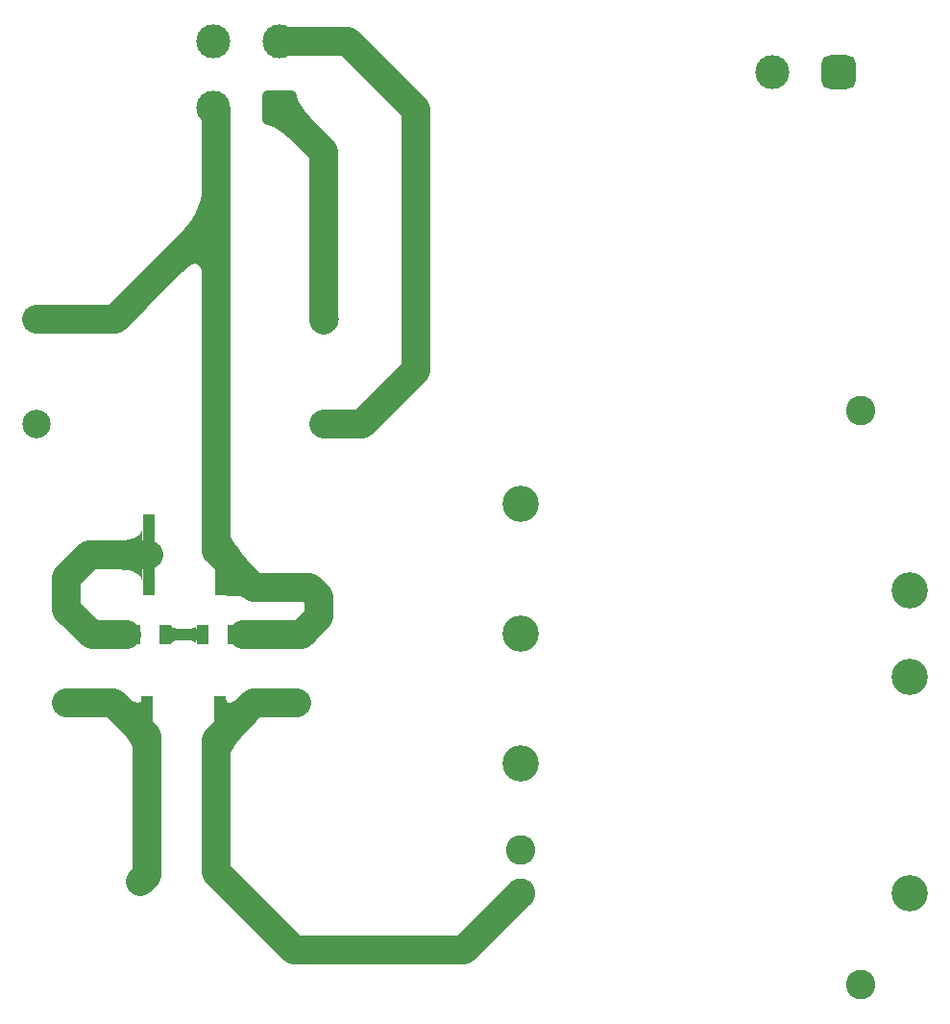
<source format=gbl>
G04*
G04 #@! TF.GenerationSoftware,Altium Limited,Altium Designer,18.1.9 (240)*
G04*
G04 Layer_Physical_Order=2*
G04 Layer_Color=16711680*
%FSLAX25Y25*%
%MOIN*%
G70*
G01*
G75*
%ADD15R,0.04331X0.06693*%
%ADD29C,0.03937*%
%ADD30C,0.09843*%
%ADD32C,0.07874*%
%ADD33C,0.10236*%
%ADD34C,0.12598*%
%ADD35R,0.07000X0.07000*%
%ADD36C,0.07000*%
%ADD37C,0.09843*%
G04:AMPARAMS|DCode=38|XSize=118.11mil|YSize=118.11mil|CornerRadius=29.53mil|HoleSize=0mil|Usage=FLASHONLY|Rotation=0.000|XOffset=0mil|YOffset=0mil|HoleType=Round|Shape=RoundedRectangle|*
%AMROUNDEDRECTD38*
21,1,0.11811,0.05906,0,0,0.0*
21,1,0.05906,0.11811,0,0,0.0*
1,1,0.05906,0.02953,-0.02953*
1,1,0.05906,-0.02953,-0.02953*
1,1,0.05906,-0.02953,0.02953*
1,1,0.05906,0.02953,0.02953*
%
%ADD38ROUNDEDRECTD38*%
%ADD39C,0.11811*%
G04:AMPARAMS|DCode=40|XSize=118.11mil|YSize=118.11mil|CornerRadius=14.76mil|HoleSize=0mil|Usage=FLASHONLY|Rotation=0.000|XOffset=0mil|YOffset=0mil|HoleType=Round|Shape=RoundedRectangle|*
%AMROUNDEDRECTD40*
21,1,0.11811,0.08858,0,0,0.0*
21,1,0.08858,0.11811,0,0,0.0*
1,1,0.02953,0.04429,-0.04429*
1,1,0.02953,-0.04429,-0.04429*
1,1,0.02953,-0.04429,0.04429*
1,1,0.02953,0.04429,0.04429*
%
%ADD40ROUNDEDRECTD40*%
%ADD41C,0.03937*%
%ADD42R,0.04134X0.28347*%
G36*
X122169Y350885D02*
X122458Y349965D01*
X122865Y349002D01*
X123389Y347996D01*
X124031Y346946D01*
X124791Y345852D01*
X126664Y343535D01*
X127777Y342311D01*
X129008Y341043D01*
X122048Y334083D01*
X120780Y335314D01*
X117238Y338300D01*
X116145Y339059D01*
X115095Y339702D01*
X114088Y340226D01*
X113125Y340633D01*
X112206Y340922D01*
X111330Y341093D01*
X121998Y351760D01*
X122169Y350885D01*
D02*
G37*
G36*
X99193Y308839D02*
X89350Y287115D01*
X89281Y288916D01*
X89072Y290380D01*
X88724Y291508D01*
X88237Y292301D01*
X87611Y292757D01*
X86845Y292877D01*
X85940Y292661D01*
X84896Y292110D01*
X83713Y291222D01*
X82391Y289998D01*
Y303917D01*
X83713Y305338D01*
X84896Y306817D01*
X85940Y308353D01*
X86845Y309946D01*
X87611Y311598D01*
X88237Y313307D01*
X88724Y315073D01*
X89072Y316898D01*
X89281Y318780D01*
X89350Y320720D01*
X99193Y308839D01*
D02*
G37*
G36*
X68587Y182047D02*
X68488Y182982D01*
X68193Y183819D01*
X67701Y184557D01*
X67012Y185197D01*
X66126Y185738D01*
X65043Y186181D01*
X63764Y186526D01*
X62288Y186772D01*
X60614Y186919D01*
X58744Y186969D01*
Y196811D01*
X60614Y196860D01*
X62288Y197008D01*
X63764Y197254D01*
X65043Y197598D01*
X66126Y198041D01*
X67012Y198583D01*
X67701Y199223D01*
X68193Y199961D01*
X68488Y200797D01*
X68587Y201732D01*
Y182047D01*
D02*
G37*
G36*
X97987Y202329D02*
X98301Y200834D01*
X98823Y199269D01*
X99555Y197634D01*
X100496Y195929D01*
X101646Y194154D01*
X103004Y192309D01*
X106348Y188410D01*
X108333Y186355D01*
X103540Y177229D01*
X103393Y177324D01*
X103154Y177409D01*
X102822Y177484D01*
X102397Y177549D01*
X101267Y177649D01*
X98876Y177724D01*
X97894Y177728D01*
X97882Y203754D01*
X97987Y202329D01*
D02*
G37*
G36*
X87217Y160996D02*
X87177Y161256D01*
X87059Y161488D01*
X86862Y161693D01*
X86587Y161871D01*
X86232Y162021D01*
X85799Y162144D01*
X85287Y162239D01*
X84697Y162308D01*
X84028Y162349D01*
X83280Y162362D01*
Y166299D01*
X84028Y166313D01*
X85287Y166422D01*
X85799Y166518D01*
X86232Y166641D01*
X86587Y166791D01*
X86862Y166969D01*
X87059Y167173D01*
X87177Y167406D01*
X87217Y167665D01*
Y160996D01*
D02*
G37*
G36*
X78571Y167406D02*
X78689Y167173D01*
X78886Y166969D01*
X79161Y166791D01*
X79516Y166641D01*
X79949Y166518D01*
X80461Y166422D01*
X81051Y166354D01*
X81720Y166313D01*
X82468Y166299D01*
Y162362D01*
X81720Y162349D01*
X80461Y162239D01*
X79949Y162144D01*
X79516Y162021D01*
X79161Y161871D01*
X78886Y161693D01*
X78689Y161488D01*
X78571Y161256D01*
X78531Y160996D01*
Y167665D01*
X78571Y167406D01*
D02*
G37*
G36*
X107967Y134432D02*
X105982Y132378D01*
X102638Y128478D01*
X101279Y126633D01*
X100130Y124858D01*
X99189Y123153D01*
X98457Y121519D01*
X97934Y119953D01*
X97620Y118458D01*
X97515Y117033D01*
X97527Y143059D01*
X97590Y142144D01*
X97778Y141457D01*
X98092Y140999D01*
X98532Y140769D01*
X99096Y140768D01*
X99787Y140995D01*
X100603Y141451D01*
X101544Y142135D01*
X102611Y143047D01*
X103804Y144188D01*
X107967Y134432D01*
D02*
G37*
G36*
X63137Y143047D02*
X64204Y142135D01*
X65145Y141451D01*
X65961Y140995D01*
X66652Y140768D01*
X67216Y140769D01*
X67656Y140999D01*
X67970Y141457D01*
X68158Y142144D01*
X68221Y143059D01*
Y117033D01*
X68116Y118460D01*
X67803Y119956D01*
X67281Y121522D01*
X66550Y123158D01*
X65611Y124863D01*
X64462Y126638D01*
X63105Y128482D01*
X59765Y132379D01*
X57781Y134432D01*
X61944Y144188D01*
X63137Y143047D01*
D02*
G37*
G36*
X107889Y75252D02*
X100929Y68292D01*
X93953Y75252D01*
X100929Y82228D01*
X107889Y75252D01*
D02*
G37*
D15*
X65748Y164331D02*
D03*
X76378D02*
D03*
X89370D02*
D03*
X100000D02*
D03*
D29*
X76378D02*
X89370D01*
D30*
X94272Y308839D02*
Y345886D01*
Y193457D02*
Y308839D01*
X59055Y273622D02*
X94272Y308839D01*
X31890Y273622D02*
X59055D01*
X93110Y347047D02*
X94272Y345886D01*
X116142Y369980D02*
X139862D01*
X163386Y346457D01*
Y255906D02*
Y346457D01*
X144882Y237402D02*
X163386Y255906D01*
X116142Y346949D02*
X131496Y331594D01*
Y273465D02*
Y331594D01*
X103347Y164331D02*
X123740D01*
X129921Y170512D01*
Y177165D01*
X126378Y180709D02*
X129921Y177165D01*
X122244Y180709D02*
X126378D01*
X50157Y191890D02*
X70642D01*
X42244Y183976D02*
X50157Y191890D01*
X94272Y193457D02*
X95838Y191890D01*
X131496Y237402D02*
X144882D01*
X107283Y140709D02*
X122244D01*
X95472Y128898D02*
X107283Y140709D01*
X94272Y127697D02*
X95472Y128898D01*
X94272Y81910D02*
Y127697D01*
Y81910D02*
X97441Y78740D01*
X180157Y55118D02*
X199646Y74606D01*
X121063Y55118D02*
X180157D01*
X97441Y78740D02*
X121063Y55118D01*
X67913Y78740D02*
X70276Y81102D01*
Y128898D01*
X58465Y140709D02*
X70276Y128898D01*
X42244Y140709D02*
X58465D01*
X42244Y180709D02*
Y183976D01*
X51043Y164331D02*
X62992D01*
X42244Y173130D02*
X51043Y164331D01*
X42244Y173130D02*
Y180709D01*
X107020D02*
X122244D01*
X95838Y191890D02*
X107020Y180709D01*
D32*
X42244Y140709D02*
D03*
X122244D02*
D03*
Y180709D02*
D03*
X42244D02*
D03*
D33*
X317914Y42874D02*
D03*
Y242087D02*
D03*
X199646Y74606D02*
D03*
Y89606D02*
D03*
D34*
X334646Y74606D02*
D03*
X199646Y209606D02*
D03*
Y164606D02*
D03*
Y119606D02*
D03*
X334646Y149606D02*
D03*
Y179606D02*
D03*
D35*
X97441Y78740D02*
D03*
D36*
X67913D02*
D03*
D37*
X131890Y237205D02*
D03*
X31890D02*
D03*
X131890Y273622D02*
D03*
X31890D02*
D03*
D38*
X309961Y359252D02*
D03*
D39*
X286970D02*
D03*
X93110Y347047D02*
D03*
X116142Y369980D02*
D03*
X93110D02*
D03*
D40*
X116142Y346949D02*
D03*
D41*
X82677Y164370D02*
D03*
D42*
X70642Y191890D02*
D03*
X95838D02*
D03*
X70276Y128898D02*
D03*
X95472D02*
D03*
M02*

</source>
